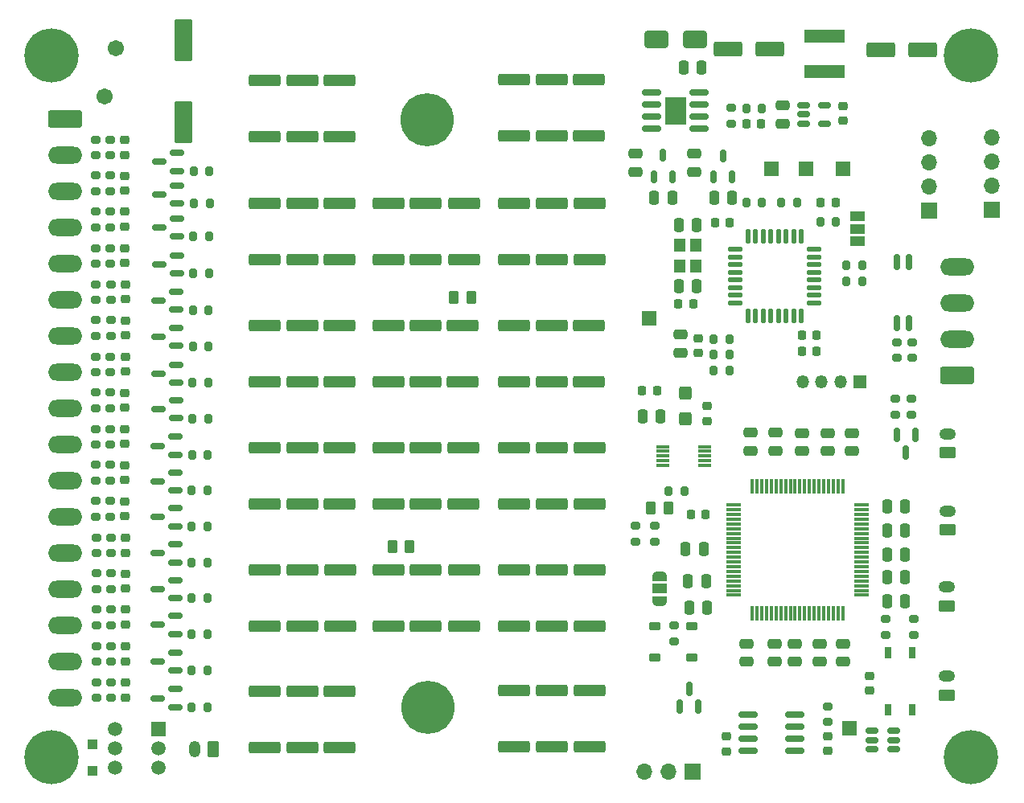
<source format=gbr>
%TF.GenerationSoftware,KiCad,Pcbnew,7.0.7*%
%TF.CreationDate,2024-05-18T15:39:26+02:00*%
%TF.ProjectId,Module_16S,4d6f6475-6c65-45f3-9136-532e6b696361,rev?*%
%TF.SameCoordinates,Original*%
%TF.FileFunction,Soldermask,Top*%
%TF.FilePolarity,Negative*%
%FSLAX46Y46*%
G04 Gerber Fmt 4.6, Leading zero omitted, Abs format (unit mm)*
G04 Created by KiCad (PCBNEW 7.0.7) date 2024-05-18 15:39:26*
%MOMM*%
%LPD*%
G01*
G04 APERTURE LIST*
G04 Aperture macros list*
%AMRoundRect*
0 Rectangle with rounded corners*
0 $1 Rounding radius*
0 $2 $3 $4 $5 $6 $7 $8 $9 X,Y pos of 4 corners*
0 Add a 4 corners polygon primitive as box body*
4,1,4,$2,$3,$4,$5,$6,$7,$8,$9,$2,$3,0*
0 Add four circle primitives for the rounded corners*
1,1,$1+$1,$2,$3*
1,1,$1+$1,$4,$5*
1,1,$1+$1,$6,$7*
1,1,$1+$1,$8,$9*
0 Add four rect primitives between the rounded corners*
20,1,$1+$1,$2,$3,$4,$5,0*
20,1,$1+$1,$4,$5,$6,$7,0*
20,1,$1+$1,$6,$7,$8,$9,0*
20,1,$1+$1,$8,$9,$2,$3,0*%
%AMFreePoly0*
4,1,19,0.550000,-0.750000,0.000000,-0.750000,0.000000,-0.744911,-0.071157,-0.744911,-0.207708,-0.704816,-0.327430,-0.627875,-0.420627,-0.520320,-0.479746,-0.390866,-0.500000,-0.250000,-0.500000,0.250000,-0.479746,0.390866,-0.420627,0.520320,-0.327430,0.627875,-0.207708,0.704816,-0.071157,0.744911,0.000000,0.744911,0.000000,0.750000,0.550000,0.750000,0.550000,-0.750000,0.550000,-0.750000,
$1*%
%AMFreePoly1*
4,1,19,0.000000,0.744911,0.071157,0.744911,0.207708,0.704816,0.327430,0.627875,0.420627,0.520320,0.479746,0.390866,0.500000,0.250000,0.500000,-0.250000,0.479746,-0.390866,0.420627,-0.520320,0.327430,-0.627875,0.207708,-0.704816,0.071157,-0.744911,0.000000,-0.744911,0.000000,-0.750000,-0.550000,-0.750000,-0.550000,0.750000,0.000000,0.750000,0.000000,0.744911,0.000000,0.744911,
$1*%
G04 Aperture macros list end*
%ADD10RoundRect,0.200000X0.275000X-0.200000X0.275000X0.200000X-0.275000X0.200000X-0.275000X-0.200000X0*%
%ADD11RoundRect,0.200000X0.200000X0.275000X-0.200000X0.275000X-0.200000X-0.275000X0.200000X-0.275000X0*%
%ADD12RoundRect,0.250000X0.475000X-0.250000X0.475000X0.250000X-0.475000X0.250000X-0.475000X-0.250000X0*%
%ADD13RoundRect,0.250000X-1.425000X0.362500X-1.425000X-0.362500X1.425000X-0.362500X1.425000X0.362500X0*%
%ADD14R,1.200000X1.400000*%
%ADD15RoundRect,0.225000X-0.225000X-0.250000X0.225000X-0.250000X0.225000X0.250000X-0.225000X0.250000X0*%
%ADD16RoundRect,0.218750X0.256250X-0.218750X0.256250X0.218750X-0.256250X0.218750X-0.256250X-0.218750X0*%
%ADD17RoundRect,0.200000X-0.200000X-0.275000X0.200000X-0.275000X0.200000X0.275000X-0.200000X0.275000X0*%
%ADD18RoundRect,0.200000X-0.275000X0.200000X-0.275000X-0.200000X0.275000X-0.200000X0.275000X0.200000X0*%
%ADD19RoundRect,0.250000X0.350000X0.625000X-0.350000X0.625000X-0.350000X-0.625000X0.350000X-0.625000X0*%
%ADD20O,1.200000X1.750000*%
%ADD21RoundRect,0.250000X-0.262500X-0.450000X0.262500X-0.450000X0.262500X0.450000X-0.262500X0.450000X0*%
%ADD22RoundRect,0.150000X0.150000X-0.587500X0.150000X0.587500X-0.150000X0.587500X-0.150000X-0.587500X0*%
%ADD23R,1.500000X1.500000*%
%ADD24R,1.350000X1.350000*%
%ADD25O,1.350000X1.350000*%
%ADD26R,1.700000X1.700000*%
%ADD27O,1.700000X1.700000*%
%ADD28RoundRect,0.150000X0.587500X0.150000X-0.587500X0.150000X-0.587500X-0.150000X0.587500X-0.150000X0*%
%ADD29C,5.600000*%
%ADD30RoundRect,0.250000X0.250000X0.475000X-0.250000X0.475000X-0.250000X-0.475000X0.250000X-0.475000X0*%
%ADD31RoundRect,0.250000X-0.475000X0.250000X-0.475000X-0.250000X0.475000X-0.250000X0.475000X0.250000X0*%
%ADD32RoundRect,0.225000X0.225000X0.250000X-0.225000X0.250000X-0.225000X-0.250000X0.225000X-0.250000X0*%
%ADD33C,5.700000*%
%ADD34RoundRect,0.150000X-0.150000X0.587500X-0.150000X-0.587500X0.150000X-0.587500X0.150000X0.587500X0*%
%ADD35C,1.710000*%
%ADD36RoundRect,0.150000X-0.825000X-0.150000X0.825000X-0.150000X0.825000X0.150000X-0.825000X0.150000X0*%
%ADD37R,2.290000X3.000000*%
%ADD38RoundRect,0.250000X0.625000X-0.350000X0.625000X0.350000X-0.625000X0.350000X-0.625000X-0.350000X0*%
%ADD39O,1.750000X1.200000*%
%ADD40RoundRect,0.150000X-0.512500X-0.150000X0.512500X-0.150000X0.512500X0.150000X-0.512500X0.150000X0*%
%ADD41RoundRect,0.250000X0.425000X-0.450000X0.425000X0.450000X-0.425000X0.450000X-0.425000X-0.450000X0*%
%ADD42RoundRect,0.218750X0.218750X0.256250X-0.218750X0.256250X-0.218750X-0.256250X0.218750X-0.256250X0*%
%ADD43RoundRect,0.150000X0.150000X-0.662500X0.150000X0.662500X-0.150000X0.662500X-0.150000X-0.662500X0*%
%ADD44RoundRect,0.225000X0.250000X-0.225000X0.250000X0.225000X-0.250000X0.225000X-0.250000X-0.225000X0*%
%ADD45RoundRect,0.250000X-1.000000X-0.650000X1.000000X-0.650000X1.000000X0.650000X-1.000000X0.650000X0*%
%ADD46RoundRect,0.225000X-0.375000X0.225000X-0.375000X-0.225000X0.375000X-0.225000X0.375000X0.225000X0*%
%ADD47RoundRect,0.250000X-0.250000X-0.475000X0.250000X-0.475000X0.250000X0.475000X-0.250000X0.475000X0*%
%ADD48R,1.500000X0.300000*%
%ADD49R,0.300000X1.500000*%
%ADD50R,1.500000X1.000000*%
%ADD51RoundRect,0.125000X-0.625000X-0.125000X0.625000X-0.125000X0.625000X0.125000X-0.625000X0.125000X0*%
%ADD52RoundRect,0.125000X-0.125000X-0.625000X0.125000X-0.625000X0.125000X0.625000X-0.125000X0.625000X0*%
%ADD53RoundRect,0.250000X1.250000X0.550000X-1.250000X0.550000X-1.250000X-0.550000X1.250000X-0.550000X0*%
%ADD54RoundRect,0.250000X-1.250000X-0.550000X1.250000X-0.550000X1.250000X0.550000X-1.250000X0.550000X0*%
%ADD55FreePoly0,270.000000*%
%ADD56FreePoly1,270.000000*%
%ADD57C,1.500000*%
%ADD58RoundRect,0.250000X1.550000X-0.650000X1.550000X0.650000X-1.550000X0.650000X-1.550000X-0.650000X0*%
%ADD59O,3.600000X1.800000*%
%ADD60RoundRect,0.150000X0.150000X-0.512500X0.150000X0.512500X-0.150000X0.512500X-0.150000X-0.512500X0*%
%ADD61RoundRect,0.250000X-1.550000X0.650000X-1.550000X-0.650000X1.550000X-0.650000X1.550000X0.650000X0*%
%ADD62R,4.200000X1.400000*%
%ADD63R,1.400000X0.300000*%
%ADD64RoundRect,0.225000X-0.250000X0.225000X-0.250000X-0.225000X0.250000X-0.225000X0.250000X0.225000X0*%
%ADD65R,0.800000X1.200000*%
%ADD66RoundRect,0.250000X-0.300000X0.300000X-0.300000X-0.300000X0.300000X-0.300000X0.300000X0.300000X0*%
%ADD67RoundRect,0.250000X-0.700000X1.950000X-0.700000X-1.950000X0.700000X-1.950000X0.700000X1.950000X0*%
G04 APERTURE END LIST*
D10*
%TO.C,Rl6*%
X6197600Y-48577000D03*
X6197600Y-46927000D03*
%TD*%
D11*
%TO.C,R23*%
X66625479Y-45861479D03*
X64975479Y-45861479D03*
%TD*%
D12*
%TO.C,C2*%
X73115679Y-63854879D03*
X73115679Y-61954879D03*
%TD*%
D13*
%TO.C,R53*%
X39395400Y-54140920D03*
X39395400Y-60065920D03*
%TD*%
D14*
%TO.C,Y1*%
X67838879Y-22135479D03*
X67838879Y-19935479D03*
X66138879Y-19935479D03*
X66138879Y-22135479D03*
%TD*%
D11*
%TO.C,R38*%
X16408400Y-64795400D03*
X14758400Y-64795400D03*
%TD*%
D15*
%TO.C,C28*%
X78989079Y-31104079D03*
X80539079Y-31104079D03*
%TD*%
D16*
%TO.C,D12*%
X7772400Y-52400300D03*
X7772400Y-50825300D03*
%TD*%
D17*
%TO.C,R26*%
X80937600Y-17475200D03*
X82587600Y-17475200D03*
%TD*%
D10*
%TO.C,R102*%
X87833200Y-60997600D03*
X87833200Y-59347600D03*
%TD*%
D11*
%TO.C,R41*%
X16420600Y-53390800D03*
X14770600Y-53390800D03*
%TD*%
D18*
%TO.C,R15*%
X4724400Y-62217800D03*
X4724400Y-63867800D03*
%TD*%
D13*
%TO.C,R59*%
X26416000Y-54140920D03*
X26416000Y-60065920D03*
%TD*%
%TO.C,R52*%
X56667400Y-54140920D03*
X56667400Y-60065920D03*
%TD*%
%TO.C,R48*%
X48691800Y-66862100D03*
X48691800Y-72787100D03*
%TD*%
D11*
%TO.C,R39*%
X16395200Y-60934600D03*
X14745200Y-60934600D03*
%TD*%
D18*
%TO.C,R11*%
X4673600Y-46927000D03*
X4673600Y-48577000D03*
%TD*%
%TO.C,R18*%
X81675479Y-68544479D03*
X81675479Y-70194479D03*
%TD*%
D16*
%TO.C,D14*%
X7772400Y-59918700D03*
X7772400Y-58343700D03*
%TD*%
D19*
%TO.C,J13*%
X17052800Y-73092400D03*
D20*
X15052800Y-73092400D03*
%TD*%
D16*
%TO.C,D10*%
X7747000Y-44704100D03*
X7747000Y-43129100D03*
%TD*%
D11*
%TO.C,R87*%
X16674600Y-15544800D03*
X15024600Y-15544800D03*
%TD*%
D13*
%TO.C,R100*%
X26416000Y-2639880D03*
X26416000Y-8564880D03*
%TD*%
D18*
%TO.C,R5*%
X4699000Y-24092400D03*
X4699000Y-25742400D03*
%TD*%
D13*
%TO.C,R51*%
X22428200Y-66952680D03*
X22428200Y-72877680D03*
%TD*%
D21*
%TO.C,TH8*%
X42343700Y-25476200D03*
X44168700Y-25476200D03*
%TD*%
D22*
%TO.C,Q2*%
X66156800Y-68550000D03*
X68056800Y-68550000D03*
X67106800Y-66675000D03*
%TD*%
D13*
%TO.C,R79*%
X43332400Y-41278360D03*
X43332400Y-47203360D03*
%TD*%
%TO.C,R92*%
X30327600Y-2634800D03*
X30327600Y-8559800D03*
%TD*%
D16*
%TO.C,D1*%
X7721600Y-10464900D03*
X7721600Y-8889900D03*
%TD*%
D21*
%TO.C,TH3*%
X63109979Y-47664879D03*
X64934979Y-47664879D03*
%TD*%
D13*
%TO.C,R98*%
X26416000Y-15593880D03*
X26416000Y-21518880D03*
%TD*%
%TO.C,R95*%
X56591200Y-2528980D03*
X56591200Y-8453980D03*
%TD*%
D23*
%TO.C,TP4*%
X79400400Y-11912600D03*
%TD*%
D24*
%TO.C,J4*%
X85056479Y-34329879D03*
D25*
X83056479Y-34329879D03*
X81056479Y-34329879D03*
X79056479Y-34329879D03*
%TD*%
D13*
%TO.C,R77*%
X52628800Y-28415800D03*
X52628800Y-34340800D03*
%TD*%
D18*
%TO.C,R12*%
X4724400Y-50787800D03*
X4724400Y-52437800D03*
%TD*%
D16*
%TO.C,D16*%
X7772400Y-67614900D03*
X7772400Y-66039900D03*
%TD*%
D10*
%TO.C,Rl11*%
X6248400Y-29527000D03*
X6248400Y-27877000D03*
%TD*%
D11*
%TO.C,R66*%
X16547600Y-26797000D03*
X14897600Y-26797000D03*
%TD*%
D18*
%TO.C,R4*%
X4673600Y-20282400D03*
X4673600Y-21932400D03*
%TD*%
D26*
%TO.C,SW2*%
X67498200Y-75463400D03*
D27*
X64958200Y-75463400D03*
X62418200Y-75463400D03*
%TD*%
D13*
%TO.C,R93*%
X39395400Y-15593880D03*
X39395400Y-21518880D03*
%TD*%
D16*
%TO.C,D15*%
X7772400Y-63804900D03*
X7772400Y-62229900D03*
%TD*%
D28*
%TO.C,Qc13*%
X13027900Y-57134800D03*
X13027900Y-55234800D03*
X11152900Y-56184800D03*
%TD*%
D16*
%TO.C,D8*%
X7747000Y-37084100D03*
X7747000Y-35509100D03*
%TD*%
D13*
%TO.C,R56*%
X26416000Y-66952680D03*
X26416000Y-72877680D03*
%TD*%
D10*
%TO.C,Rl2*%
X6248400Y-63867800D03*
X6248400Y-62217800D03*
%TD*%
D23*
%TO.C,TP3*%
X62904879Y-27675079D03*
%TD*%
D29*
%TO.C,H2*%
X39573200Y-6765700D03*
%TD*%
D30*
%TO.C,C42*%
X71647179Y-14964879D03*
X69747179Y-14964879D03*
%TD*%
D13*
%TO.C,R58*%
X43434000Y-54140920D03*
X43434000Y-60065920D03*
%TD*%
%TO.C,R54*%
X52628800Y-66841780D03*
X52628800Y-72766780D03*
%TD*%
D18*
%TO.C,R3*%
X4648200Y-16421600D03*
X4648200Y-18071600D03*
%TD*%
D10*
%TO.C,Rl7*%
X6223000Y-44767000D03*
X6223000Y-43117000D03*
%TD*%
D28*
%TO.C,Qc1*%
X13180300Y-12151400D03*
X13180300Y-10251400D03*
X11305300Y-11201400D03*
%TD*%
D12*
%TO.C,C3*%
X76138279Y-63854879D03*
X76138279Y-61954879D03*
%TD*%
D10*
%TO.C,R21*%
X63539879Y-51182279D03*
X63539879Y-49532279D03*
%TD*%
D31*
%TO.C,C14*%
X78957679Y-39755279D03*
X78957679Y-41655279D03*
%TD*%
D32*
%TO.C,C36*%
X74687879Y-7159779D03*
X73137879Y-7159779D03*
%TD*%
D33*
%TO.C,H3*%
X0Y0D03*
%TD*%
D30*
%TO.C,C20*%
X64108879Y-37962079D03*
X62208879Y-37962079D03*
%TD*%
D28*
%TO.C,Qc2*%
X13180300Y-15580400D03*
X13180300Y-13680400D03*
X11305300Y-14630400D03*
%TD*%
D13*
%TO.C,R43*%
X30353000Y-66938300D03*
X30353000Y-72863300D03*
%TD*%
D34*
%TO.C,Q1*%
X90895679Y-39959779D03*
X88995679Y-39959779D03*
X89945679Y-41834779D03*
%TD*%
D12*
%TO.C,C32*%
X66206879Y-31292079D03*
X66206879Y-29392079D03*
%TD*%
D35*
%TO.C,F1*%
X5597600Y-4302600D03*
X6797600Y797400D03*
%TD*%
D36*
%TO.C,U8*%
X63187279Y-3914079D03*
X63187279Y-5184079D03*
X63187279Y-6454079D03*
X63187279Y-7724079D03*
X68137279Y-7724079D03*
X68137279Y-6454079D03*
X68137279Y-5184079D03*
X68137279Y-3914079D03*
D37*
X65662279Y-5819079D03*
%TD*%
D16*
%TO.C,D4*%
X7747000Y-21844100D03*
X7747000Y-20269100D03*
%TD*%
D38*
%TO.C,J3*%
X94211479Y-67359279D03*
D39*
X94211479Y-65359279D03*
%TD*%
D11*
%TO.C,R42*%
X16395200Y-49580800D03*
X14745200Y-49580800D03*
%TD*%
D26*
%TO.C,J5*%
X98947879Y-16271400D03*
D27*
X98947879Y-13731400D03*
X98947879Y-11191400D03*
X98947879Y-8651400D03*
%TD*%
D10*
%TO.C,Rl3*%
X6248400Y-59981600D03*
X6248400Y-58331600D03*
%TD*%
D11*
%TO.C,R40*%
X16395200Y-57150000D03*
X14745200Y-57150000D03*
%TD*%
D28*
%TO.C,Qc6*%
X13129500Y-30591800D03*
X13129500Y-28691800D03*
X11254500Y-29641800D03*
%TD*%
%TO.C,Qc12*%
X13027900Y-53375600D03*
X13027900Y-51475600D03*
X11152900Y-52425600D03*
%TD*%
D40*
%TO.C,U3*%
X86360079Y-71137279D03*
X86360079Y-72087279D03*
X86360079Y-73037279D03*
X88635079Y-73037279D03*
X88635079Y-72087279D03*
X88635079Y-71137279D03*
%TD*%
D41*
%TO.C,C22*%
X66714879Y-38270679D03*
X66714879Y-35570679D03*
%TD*%
D15*
%TO.C,C30*%
X69826079Y-17565879D03*
X71376079Y-17565879D03*
%TD*%
D18*
%TO.C,R16*%
X4724400Y-66002400D03*
X4724400Y-67652400D03*
%TD*%
D11*
%TO.C,R37*%
X16420600Y-68656200D03*
X14770600Y-68656200D03*
%TD*%
D13*
%TO.C,R91*%
X48717200Y-2523900D03*
X48717200Y-8448900D03*
%TD*%
D10*
%TO.C,Rl4*%
X6248400Y-56197000D03*
X6248400Y-54547000D03*
%TD*%
D15*
%TO.C,C29*%
X65996579Y-26151079D03*
X67546579Y-26151079D03*
%TD*%
D42*
%TO.C,D20*%
X82524700Y-15468600D03*
X80949700Y-15468600D03*
%TD*%
D10*
%TO.C,Rl10*%
X6223000Y-33362400D03*
X6223000Y-31712400D03*
%TD*%
D16*
%TO.C,D11*%
X7721600Y-48514200D03*
X7721600Y-46939200D03*
%TD*%
D43*
%TO.C,U7*%
X88976200Y-28155700D03*
X90246200Y-28155700D03*
X90246200Y-21780700D03*
X88976200Y-21780700D03*
%TD*%
D12*
%TO.C,C6*%
X83351879Y-63854879D03*
X83351879Y-61954879D03*
%TD*%
D13*
%TO.C,R82*%
X43307000Y-28415800D03*
X43307000Y-34340800D03*
%TD*%
%TO.C,R81*%
X56565800Y-28415800D03*
X56565800Y-34340800D03*
%TD*%
D11*
%TO.C,R62*%
X16446000Y-42062400D03*
X14796000Y-42062400D03*
%TD*%
D44*
%TO.C,C24*%
X81675479Y-73243279D03*
X81675479Y-71693279D03*
%TD*%
D21*
%TO.C,TH7*%
X35892100Y-51714400D03*
X37717100Y-51714400D03*
%TD*%
D13*
%TO.C,R68*%
X30353000Y-28415800D03*
X30353000Y-34340800D03*
%TD*%
D45*
%TO.C,D22*%
X63709800Y1676400D03*
X67709800Y1676400D03*
%TD*%
D30*
%TO.C,C9*%
X89839079Y-52541679D03*
X87939079Y-52541679D03*
%TD*%
D23*
%TO.C,TP5*%
X84026479Y-70829979D03*
%TD*%
D10*
%TO.C,R33*%
X90627200Y-31838400D03*
X90627200Y-30188400D03*
%TD*%
D46*
%TO.C,D23*%
X67437000Y-60072000D03*
X67437000Y-63372000D03*
%TD*%
D18*
%TO.C,R17*%
X65495679Y-60047879D03*
X65495679Y-61697879D03*
%TD*%
%TO.C,R13*%
X4724400Y-54547000D03*
X4724400Y-56197000D03*
%TD*%
D13*
%TO.C,R67*%
X48666400Y-15593880D03*
X48666400Y-21518880D03*
%TD*%
D47*
%TO.C,C1*%
X67136479Y-58155079D03*
X69036479Y-58155079D03*
%TD*%
D30*
%TO.C,C10*%
X89839079Y-50001679D03*
X87939079Y-50001679D03*
%TD*%
D17*
%TO.C,R28*%
X83669879Y-22087079D03*
X85319879Y-22087079D03*
%TD*%
D48*
%TO.C,U1*%
X71825879Y-47334479D03*
X71825879Y-47834479D03*
X71825879Y-48334479D03*
X71825879Y-48834479D03*
X71825879Y-49334479D03*
X71825879Y-49834479D03*
X71825879Y-50334479D03*
X71825879Y-50834479D03*
X71825879Y-51334479D03*
X71825879Y-51834479D03*
X71825879Y-52334479D03*
X71825879Y-52834479D03*
X71825879Y-53334479D03*
X71825879Y-53834479D03*
X71825879Y-54334479D03*
X71825879Y-54834479D03*
X71825879Y-55334479D03*
X71825879Y-55834479D03*
X71825879Y-56334479D03*
X71825879Y-56834479D03*
D49*
X73775879Y-58784479D03*
X74275879Y-58784479D03*
X74775879Y-58784479D03*
X75275879Y-58784479D03*
X75775879Y-58784479D03*
X76275879Y-58784479D03*
X76775879Y-58784479D03*
X77275879Y-58784479D03*
X77775879Y-58784479D03*
X78275879Y-58784479D03*
X78775879Y-58784479D03*
X79275879Y-58784479D03*
X79775879Y-58784479D03*
X80275879Y-58784479D03*
X80775879Y-58784479D03*
X81275879Y-58784479D03*
X81775879Y-58784479D03*
X82275879Y-58784479D03*
X82775879Y-58784479D03*
X83275879Y-58784479D03*
D48*
X85225879Y-56834479D03*
X85225879Y-56334479D03*
X85225879Y-55834479D03*
X85225879Y-55334479D03*
X85225879Y-54834479D03*
X85225879Y-54334479D03*
X85225879Y-53834479D03*
X85225879Y-53334479D03*
X85225879Y-52834479D03*
X85225879Y-52334479D03*
X85225879Y-51834479D03*
X85225879Y-51334479D03*
X85225879Y-50834479D03*
X85225879Y-50334479D03*
X85225879Y-49834479D03*
X85225879Y-49334479D03*
X85225879Y-48834479D03*
X85225879Y-48334479D03*
X85225879Y-47834479D03*
X85225879Y-47334479D03*
D49*
X83275879Y-45384479D03*
X82775879Y-45384479D03*
X82275879Y-45384479D03*
X81775879Y-45384479D03*
X81275879Y-45384479D03*
X80775879Y-45384479D03*
X80275879Y-45384479D03*
X79775879Y-45384479D03*
X79275879Y-45384479D03*
X78775879Y-45384479D03*
X78275879Y-45384479D03*
X77775879Y-45384479D03*
X77275879Y-45384479D03*
X76775879Y-45384479D03*
X76275879Y-45384479D03*
X75775879Y-45384479D03*
X75275879Y-45384479D03*
X74775879Y-45384479D03*
X74275879Y-45384479D03*
X73775879Y-45384479D03*
%TD*%
D47*
%TO.C,C35*%
X66537800Y-1270000D03*
X68437800Y-1270000D03*
%TD*%
D16*
%TO.C,D5*%
X7797800Y-25679500D03*
X7797800Y-24104500D03*
%TD*%
D50*
%TO.C,JP2*%
X84875879Y-19547079D03*
X84875879Y-18247079D03*
X84875879Y-16947079D03*
%TD*%
D46*
%TO.C,D24*%
X63525400Y-60098400D03*
X63525400Y-63398400D03*
%TD*%
D28*
%TO.C,Qc4*%
X13180300Y-22946400D03*
X13180300Y-21046400D03*
X11305300Y-21996400D03*
%TD*%
D10*
%TO.C,Rl5*%
X6248400Y-52437800D03*
X6248400Y-50787800D03*
%TD*%
D30*
%TO.C,C8*%
X89839079Y-54948329D03*
X87939079Y-54948329D03*
%TD*%
D33*
%TO.C,H6*%
X96799400Y-73863200D03*
%TD*%
D18*
%TO.C,R27*%
X90551000Y-36157400D03*
X90551000Y-37807400D03*
%TD*%
D11*
%TO.C,R85*%
X16560800Y-22961600D03*
X14910800Y-22961600D03*
%TD*%
D29*
%TO.C,H1*%
X39624000Y-68614700D03*
%TD*%
D51*
%TO.C,U6*%
X71937879Y-20430079D03*
X71937879Y-21230079D03*
X71937879Y-22030079D03*
X71937879Y-22830079D03*
X71937879Y-23630079D03*
X71937879Y-24430079D03*
X71937879Y-25230079D03*
X71937879Y-26030079D03*
D52*
X73312879Y-27405079D03*
X74112879Y-27405079D03*
X74912879Y-27405079D03*
X75712879Y-27405079D03*
X76512879Y-27405079D03*
X77312879Y-27405079D03*
X78112879Y-27405079D03*
X78912879Y-27405079D03*
D51*
X80287879Y-26030079D03*
X80287879Y-25230079D03*
X80287879Y-24430079D03*
X80287879Y-23630079D03*
X80287879Y-22830079D03*
X80287879Y-22030079D03*
X80287879Y-21230079D03*
X80287879Y-20430079D03*
D52*
X78912879Y-19055079D03*
X78112879Y-19055079D03*
X77312879Y-19055079D03*
X76512879Y-19055079D03*
X75712879Y-19055079D03*
X74912879Y-19055079D03*
X74112879Y-19055079D03*
X73312879Y-19055079D03*
%TD*%
D33*
%TO.C,H4*%
X0Y-73863200D03*
%TD*%
D18*
%TO.C,R9*%
X4699000Y-39357800D03*
X4699000Y-41007800D03*
%TD*%
%TO.C,R10*%
X4699000Y-43117000D03*
X4699000Y-44767000D03*
%TD*%
D10*
%TO.C,Rl14*%
X6197600Y-18071600D03*
X6197600Y-16421600D03*
%TD*%
D40*
%TO.C,U11*%
X79126500Y-5260000D03*
X79126500Y-6210000D03*
X79126500Y-7160000D03*
X81401500Y-7160000D03*
X81401500Y-5260000D03*
%TD*%
D28*
%TO.C,Qc15*%
X13027900Y-64780200D03*
X13027900Y-62880200D03*
X11152900Y-63830200D03*
%TD*%
D10*
%TO.C,Rl15*%
X6172200Y-14287000D03*
X6172200Y-12637000D03*
%TD*%
D12*
%TO.C,C41*%
X76962000Y-7160000D03*
X76962000Y-5260000D03*
%TD*%
D18*
%TO.C,R14*%
X4724400Y-58331600D03*
X4724400Y-59981600D03*
%TD*%
D11*
%TO.C,R30*%
X71349879Y-29859479D03*
X69699879Y-29859479D03*
%TD*%
D13*
%TO.C,R69*%
X35483800Y-28415800D03*
X35483800Y-34340800D03*
%TD*%
D38*
%TO.C,J6*%
X94298600Y-49971200D03*
D39*
X94298600Y-47971200D03*
%TD*%
D53*
%TO.C,C37*%
X75604879Y695521D03*
X71204879Y695521D03*
%TD*%
D13*
%TO.C,R90*%
X30353000Y-15593880D03*
X30353000Y-21518880D03*
%TD*%
%TO.C,R60*%
X56667400Y-41278360D03*
X56667400Y-47203360D03*
%TD*%
D54*
%TO.C,C38*%
X87309600Y609600D03*
X91709600Y609600D03*
%TD*%
D13*
%TO.C,R97*%
X43434000Y-15593880D03*
X43434000Y-21518880D03*
%TD*%
D18*
%TO.C,R6*%
X4699000Y-27877000D03*
X4699000Y-29527000D03*
%TD*%
D12*
%TO.C,C5*%
X80837279Y-63854879D03*
X80837279Y-61954879D03*
%TD*%
D13*
%TO.C,R70*%
X30353000Y-41278360D03*
X30353000Y-47203360D03*
%TD*%
D18*
%TO.C,R1*%
X4622800Y-8852400D03*
X4622800Y-10502400D03*
%TD*%
D32*
%TO.C,C18*%
X68861479Y-48299879D03*
X67311479Y-48299879D03*
%TD*%
D28*
%TO.C,Qc10*%
X13027900Y-45806400D03*
X13027900Y-43906400D03*
X11152900Y-44856400D03*
%TD*%
D31*
%TO.C,C4*%
X78271879Y-61944679D03*
X78271879Y-63844679D03*
%TD*%
D36*
%TO.C,U2*%
X73321879Y-69394879D03*
X73321879Y-70664879D03*
X73321879Y-71934879D03*
X73321879Y-73204879D03*
X78271879Y-73204879D03*
X78271879Y-71934879D03*
X78271879Y-70664879D03*
X78271879Y-69394879D03*
%TD*%
D30*
%TO.C,C26*%
X67938879Y-17835079D03*
X66038879Y-17835079D03*
%TD*%
D13*
%TO.C,R44*%
X48691800Y-41278360D03*
X48691800Y-47203360D03*
%TD*%
D31*
%TO.C,C15*%
X76214479Y-39729879D03*
X76214479Y-41629879D03*
%TD*%
D33*
%TO.C,H5*%
X96799400Y0D03*
%TD*%
D11*
%TO.C,R63*%
X16496800Y-38227000D03*
X14846800Y-38227000D03*
%TD*%
D13*
%TO.C,R83*%
X26416000Y-28415800D03*
X26416000Y-34340800D03*
%TD*%
D55*
%TO.C,JP1*%
X64022479Y-54848479D03*
D50*
X64022479Y-56148479D03*
D56*
X64022479Y-57448479D03*
%TD*%
D44*
%TO.C,C23*%
X71069200Y-73292000D03*
X71069200Y-71742000D03*
%TD*%
D13*
%TO.C,R45*%
X30378400Y-54140920D03*
X30378400Y-60065920D03*
%TD*%
D23*
%TO.C,SW1*%
X11298200Y-70934300D03*
D57*
X11298200Y-72966300D03*
X11298200Y-74998300D03*
X6726200Y-70934300D03*
X6726200Y-72966300D03*
X6726200Y-74998300D03*
%TD*%
D13*
%TO.C,R99*%
X52628800Y-2528980D03*
X52628800Y-8453980D03*
%TD*%
D10*
%TO.C,Rl8*%
X6223000Y-41007800D03*
X6223000Y-39357800D03*
%TD*%
D28*
%TO.C,Qc8*%
X13104100Y-38211800D03*
X13104100Y-36311800D03*
X11229100Y-37261800D03*
%TD*%
D13*
%TO.C,R71*%
X48691800Y-28415800D03*
X48691800Y-34340800D03*
%TD*%
D10*
%TO.C,Rl12*%
X6248400Y-25742400D03*
X6248400Y-24092400D03*
%TD*%
D30*
%TO.C,C19*%
X68630079Y-51957479D03*
X66730079Y-51957479D03*
%TD*%
D11*
%TO.C,R34*%
X71349879Y-31485079D03*
X69699879Y-31485079D03*
%TD*%
D26*
%TO.C,J8*%
X92405600Y-16296800D03*
D27*
X92405600Y-13756800D03*
X92405600Y-11216800D03*
X92405600Y-8676800D03*
%TD*%
D16*
%TO.C,D9*%
X7747000Y-40919500D03*
X7747000Y-39344500D03*
%TD*%
D13*
%TO.C,R94*%
X22479000Y-15593880D03*
X22479000Y-21518880D03*
%TD*%
D23*
%TO.C,TP1*%
X83286600Y-11938000D03*
%TD*%
D10*
%TO.C,Rl9*%
X6223000Y-37147000D03*
X6223000Y-35497000D03*
%TD*%
D13*
%TO.C,R46*%
X48691800Y-54140920D03*
X48691800Y-60065920D03*
%TD*%
%TO.C,R57*%
X52628800Y-54140920D03*
X52628800Y-60065920D03*
%TD*%
D30*
%TO.C,C17*%
X68909479Y-55335679D03*
X67009479Y-55335679D03*
%TD*%
D13*
%TO.C,R84*%
X56616600Y-15593880D03*
X56616600Y-21518880D03*
%TD*%
D11*
%TO.C,R65*%
X16522200Y-30607000D03*
X14872200Y-30607000D03*
%TD*%
D17*
%TO.C,R29*%
X83669879Y-23738079D03*
X85319879Y-23738079D03*
%TD*%
D10*
%TO.C,R101*%
X6172200Y-10502400D03*
X6172200Y-8852400D03*
%TD*%
D28*
%TO.C,Qc5*%
X13154900Y-26781800D03*
X13154900Y-24881800D03*
X11279900Y-25831800D03*
%TD*%
D30*
%TO.C,C7*%
X89839079Y-57443879D03*
X87939079Y-57443879D03*
%TD*%
D58*
%TO.C,J9*%
X95351600Y-33655000D03*
D59*
X95351600Y-29845000D03*
X95351600Y-26035000D03*
X95351600Y-22225000D03*
%TD*%
D16*
%TO.C,D7*%
X7772400Y-33299600D03*
X7772400Y-31724600D03*
%TD*%
D60*
%TO.C,U9*%
X69721779Y-12805879D03*
X71621779Y-12805879D03*
X70671779Y-10530879D03*
%TD*%
D31*
%TO.C,C40*%
X61466779Y-10331879D03*
X61466779Y-12231879D03*
%TD*%
D32*
%TO.C,C21*%
X63730679Y-35295079D03*
X62180679Y-35295079D03*
%TD*%
D28*
%TO.C,Qc14*%
X13027900Y-60919400D03*
X13027900Y-59019400D03*
X11152900Y-59969400D03*
%TD*%
D15*
%TO.C,C31*%
X78989079Y-29453079D03*
X80539079Y-29453079D03*
%TD*%
D16*
%TO.C,D13*%
X7772400Y-56134100D03*
X7772400Y-54559100D03*
%TD*%
D60*
%TO.C,U10*%
X63437779Y-12800379D03*
X65337779Y-12800379D03*
X64387779Y-10525379D03*
%TD*%
D61*
%TO.C,J1*%
X1408500Y-6680200D03*
D59*
X1408500Y-10490200D03*
X1408500Y-14300200D03*
X1408500Y-18110200D03*
X1408500Y-21920200D03*
X1408500Y-25730200D03*
X1408500Y-29540200D03*
X1408500Y-33350200D03*
X1408500Y-37160200D03*
X1408500Y-40970200D03*
X1408500Y-44780200D03*
X1408500Y-48590200D03*
X1408500Y-52400200D03*
X1408500Y-56210200D03*
X1408500Y-60020200D03*
X1408500Y-63830200D03*
X1408500Y-67640200D03*
%TD*%
D13*
%TO.C,R47*%
X35483800Y-54140920D03*
X35483800Y-60065920D03*
%TD*%
D62*
%TO.C,L1*%
X81381600Y2002400D03*
X81381600Y-1697600D03*
%TD*%
D63*
%TO.C,U4*%
X64311679Y-41178479D03*
X64311679Y-41678479D03*
X64311679Y-42178479D03*
X64311679Y-42678479D03*
X64311679Y-43178479D03*
X68711679Y-43178479D03*
X68711679Y-42678479D03*
X68711679Y-42178479D03*
X68711679Y-41678479D03*
X68711679Y-41178479D03*
%TD*%
D13*
%TO.C,R78*%
X39395400Y-41278360D03*
X39395400Y-47203360D03*
%TD*%
D31*
%TO.C,C39*%
X67623779Y-10337379D03*
X67623779Y-12237379D03*
%TD*%
D28*
%TO.C,Qc3*%
X13180300Y-19060200D03*
X13180300Y-17160200D03*
X11305300Y-18110200D03*
%TD*%
D13*
%TO.C,R80*%
X22453600Y-41278360D03*
X22453600Y-47203360D03*
%TD*%
D11*
%TO.C,R88*%
X16598400Y-12141200D03*
X14948400Y-12141200D03*
%TD*%
D10*
%TO.C,R31*%
X89027000Y-31838400D03*
X89027000Y-30188400D03*
%TD*%
D11*
%TO.C,R24*%
X78461879Y-15483079D03*
X76811879Y-15483079D03*
%TD*%
%TO.C,R86*%
X16573000Y-19075400D03*
X14923000Y-19075400D03*
%TD*%
D16*
%TO.C,D3*%
X7721600Y-18008700D03*
X7721600Y-16433700D03*
%TD*%
D38*
%TO.C,J10*%
X94349400Y-41843200D03*
D39*
X94349400Y-39843200D03*
%TD*%
D13*
%TO.C,R72*%
X35458400Y-41278360D03*
X35458400Y-47203360D03*
%TD*%
D30*
%TO.C,C43*%
X65337779Y-14964879D03*
X63437779Y-14964879D03*
%TD*%
D13*
%TO.C,R55*%
X56667400Y-66841780D03*
X56667400Y-72766780D03*
%TD*%
D64*
%TO.C,C44*%
X83312000Y-5308000D03*
X83312000Y-6858000D03*
%TD*%
D10*
%TO.C,Rl13*%
X6223000Y-21932400D03*
X6223000Y-20282400D03*
%TD*%
D28*
%TO.C,Qc16*%
X13027900Y-68641000D03*
X13027900Y-66741000D03*
X11152900Y-67691000D03*
%TD*%
D65*
%TO.C,U5*%
X90590879Y-62876679D03*
X88050879Y-62876679D03*
X88050879Y-68876679D03*
X90590879Y-68876679D03*
%TD*%
D11*
%TO.C,R35*%
X74764400Y-5588000D03*
X73114400Y-5588000D03*
%TD*%
D66*
%TO.C,D21*%
X4292600Y-72514000D03*
X4292600Y-75314000D03*
%TD*%
D13*
%TO.C,R76*%
X26416000Y-41278360D03*
X26416000Y-47203360D03*
%TD*%
%TO.C,R89*%
X35483800Y-15593880D03*
X35483800Y-21518880D03*
%TD*%
D10*
%TO.C,Rl1*%
X6248400Y-67652400D03*
X6248400Y-66002400D03*
%TD*%
D11*
%TO.C,R32*%
X71349879Y-33136079D03*
X69699879Y-33136079D03*
%TD*%
D16*
%TO.C,D17*%
X86106000Y-66903700D03*
X86106000Y-65328700D03*
%TD*%
D31*
%TO.C,C13*%
X81715679Y-39755279D03*
X81715679Y-41655279D03*
%TD*%
D47*
%TO.C,C27*%
X66038879Y-24286679D03*
X67938879Y-24286679D03*
%TD*%
D10*
%TO.C,R36*%
X71526400Y-7175000D03*
X71526400Y-5525000D03*
%TD*%
D18*
%TO.C,R7*%
X4699000Y-31712400D03*
X4699000Y-33362400D03*
%TD*%
D31*
%TO.C,C16*%
X73547479Y-39729879D03*
X73547479Y-41629879D03*
%TD*%
D30*
%TO.C,C11*%
X89839079Y-47487079D03*
X87939079Y-47487079D03*
%TD*%
D44*
%TO.C,C25*%
X68975479Y-38483079D03*
X68975479Y-36933079D03*
%TD*%
D28*
%TO.C,Qc11*%
X13027900Y-49565600D03*
X13027900Y-47665600D03*
X11152900Y-48615600D03*
%TD*%
D31*
%TO.C,C12*%
X84255679Y-39755279D03*
X84255679Y-41655279D03*
%TD*%
D11*
%TO.C,R61*%
X16420600Y-45796200D03*
X14770600Y-45796200D03*
%TD*%
D18*
%TO.C,R25*%
X88853479Y-36158379D03*
X88853479Y-37808379D03*
%TD*%
D13*
%TO.C,R50*%
X52628800Y-41278360D03*
X52628800Y-47203360D03*
%TD*%
D18*
%TO.C,R2*%
X4622800Y-12637000D03*
X4622800Y-14287000D03*
%TD*%
D11*
%TO.C,R64*%
X16496800Y-34467800D03*
X14846800Y-34467800D03*
%TD*%
D13*
%TO.C,R49*%
X22453600Y-54140920D03*
X22453600Y-60065920D03*
%TD*%
D28*
%TO.C,Qc7*%
X13104100Y-34452600D03*
X13104100Y-32552600D03*
X11229100Y-33502600D03*
%TD*%
D18*
%TO.C,R20*%
X90728800Y-59347600D03*
X90728800Y-60997600D03*
%TD*%
%TO.C,R8*%
X4699000Y-35497000D03*
X4699000Y-37147000D03*
%TD*%
%TO.C,R19*%
X61482479Y-49532279D03*
X61482479Y-51182279D03*
%TD*%
D11*
%TO.C,R22*%
X74778879Y-15483079D03*
X73128879Y-15483079D03*
%TD*%
D67*
%TO.C,C34*%
X13868400Y1657600D03*
X13868400Y-7042400D03*
%TD*%
D13*
%TO.C,R73*%
X52628800Y-15593880D03*
X52628800Y-21518880D03*
%TD*%
%TO.C,R74*%
X22453600Y-28415800D03*
X22453600Y-34340800D03*
%TD*%
D44*
%TO.C,C33*%
X68035679Y-31320279D03*
X68035679Y-29770279D03*
%TD*%
D16*
%TO.C,D6*%
X7797800Y-29464100D03*
X7797800Y-27889100D03*
%TD*%
D28*
%TO.C,Qc9*%
X13078700Y-42047200D03*
X13078700Y-40147200D03*
X11203700Y-41097200D03*
%TD*%
D13*
%TO.C,R96*%
X22479000Y-2634800D03*
X22479000Y-8559800D03*
%TD*%
D38*
%TO.C,J7*%
X94236879Y-57961279D03*
D39*
X94236879Y-55961279D03*
%TD*%
D23*
%TO.C,TP2*%
X75742800Y-11938000D03*
%TD*%
D16*
%TO.C,D2*%
X7696200Y-14249500D03*
X7696200Y-12674500D03*
%TD*%
D13*
%TO.C,R75*%
X39395400Y-28415800D03*
X39395400Y-34340800D03*
%TD*%
M02*

</source>
